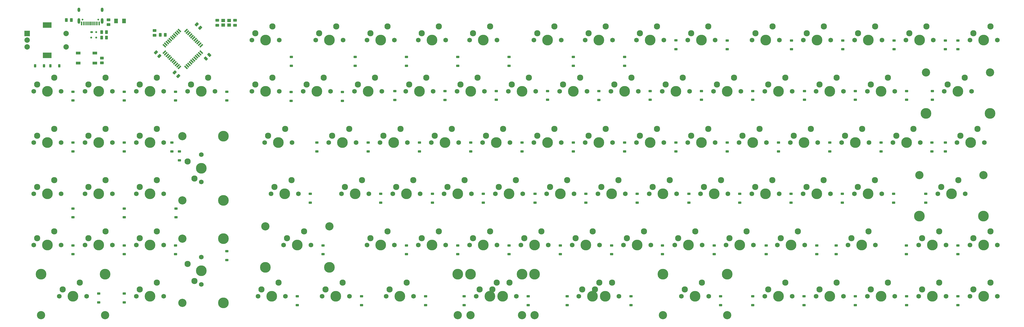
<source format=gbr>
%TF.GenerationSoftware,KiCad,Pcbnew,8.0.0*%
%TF.CreationDate,2024-12-21T07:53:57-08:00*%
%TF.ProjectId,Hampter3.1,48616d70-7465-4723-932e-312e6b696361,rev?*%
%TF.SameCoordinates,Original*%
%TF.FileFunction,Soldermask,Bot*%
%TF.FilePolarity,Negative*%
%FSLAX46Y46*%
G04 Gerber Fmt 4.6, Leading zero omitted, Abs format (unit mm)*
G04 Created by KiCad (PCBNEW 8.0.0) date 2024-12-21 07:53:57*
%MOMM*%
%LPD*%
G01*
G04 APERTURE LIST*
G04 Aperture macros list*
%AMRoundRect*
0 Rectangle with rounded corners*
0 $1 Rounding radius*
0 $2 $3 $4 $5 $6 $7 $8 $9 X,Y pos of 4 corners*
0 Add a 4 corners polygon primitive as box body*
4,1,4,$2,$3,$4,$5,$6,$7,$8,$9,$2,$3,0*
0 Add four circle primitives for the rounded corners*
1,1,$1+$1,$2,$3*
1,1,$1+$1,$4,$5*
1,1,$1+$1,$6,$7*
1,1,$1+$1,$8,$9*
0 Add four rect primitives between the rounded corners*
20,1,$1+$1,$2,$3,$4,$5,0*
20,1,$1+$1,$4,$5,$6,$7,0*
20,1,$1+$1,$6,$7,$8,$9,0*
20,1,$1+$1,$8,$9,$2,$3,0*%
%AMRotRect*
0 Rectangle, with rotation*
0 The origin of the aperture is its center*
0 $1 length*
0 $2 width*
0 $3 Rotation angle, in degrees counterclockwise*
0 Add horizontal line*
21,1,$1,$2,0,0,$3*%
G04 Aperture macros list end*
%ADD10C,1.750000*%
%ADD11C,3.987800*%
%ADD12C,2.300000*%
%ADD13C,3.048000*%
%ADD14R,2.000000X2.000000*%
%ADD15C,2.000000*%
%ADD16R,3.200000X2.000000*%
%ADD17RoundRect,0.225000X0.375000X-0.225000X0.375000X0.225000X-0.375000X0.225000X-0.375000X-0.225000X0*%
%ADD18RoundRect,0.225000X-0.225000X-0.375000X0.225000X-0.375000X0.225000X0.375000X-0.225000X0.375000X0*%
%ADD19RoundRect,0.250000X-0.262500X-0.450000X0.262500X-0.450000X0.262500X0.450000X-0.262500X0.450000X0*%
%ADD20RoundRect,0.250000X-0.503814X-0.132583X-0.132583X-0.503814X0.503814X0.132583X0.132583X0.503814X0*%
%ADD21RoundRect,0.250000X0.262500X0.450000X-0.262500X0.450000X-0.262500X-0.450000X0.262500X-0.450000X0*%
%ADD22RoundRect,0.225000X0.225000X0.375000X-0.225000X0.375000X-0.225000X-0.375000X0.225000X-0.375000X0*%
%ADD23RoundRect,0.250000X-0.450000X0.262500X-0.450000X-0.262500X0.450000X-0.262500X0.450000X0.262500X0*%
%ADD24RotRect,1.500000X0.550000X315.000000*%
%ADD25RotRect,1.500000X0.550000X225.000000*%
%ADD26C,0.650000*%
%ADD27R,0.600000X1.450000*%
%ADD28R,0.300000X1.450000*%
%ADD29O,1.000000X1.600000*%
%ADD30O,1.000000X2.100000*%
%ADD31RoundRect,0.225000X-0.375000X0.225000X-0.375000X-0.225000X0.375000X-0.225000X0.375000X0.225000X0*%
%ADD32RoundRect,0.250000X0.132583X-0.503814X0.503814X-0.132583X-0.132583X0.503814X-0.503814X0.132583X0*%
%ADD33R,1.400000X1.200000*%
%ADD34RoundRect,0.175000X-0.325000X0.175000X-0.325000X-0.175000X0.325000X-0.175000X0.325000X0.175000X0*%
%ADD35RoundRect,0.150000X-0.150000X0.200000X-0.150000X-0.200000X0.150000X-0.200000X0.150000X0.200000X0*%
%ADD36RoundRect,0.250001X-0.462499X-0.624999X0.462499X-0.624999X0.462499X0.624999X-0.462499X0.624999X0*%
%ADD37R,1.800000X1.100000*%
%ADD38RoundRect,0.250000X0.450000X-0.262500X0.450000X0.262500X-0.450000X0.262500X-0.450000X-0.262500X0*%
G04 APERTURE END LIST*
D10*
%TO.C,SW0_30*%
X129418603Y-260754607D03*
D11*
X134498603Y-260754607D03*
D10*
X139578603Y-260754607D03*
D12*
X130688603Y-258214607D03*
X137038603Y-255674607D03*
%TD*%
D10*
%TO.C,SW3_3*%
X281813000Y-241681000D03*
D11*
X286893000Y-241681000D03*
D10*
X291973000Y-241681000D03*
D12*
X283083000Y-239141000D03*
X289433000Y-236601000D03*
%TD*%
D10*
%TO.C,SW2_8*%
X367579538Y-222631000D03*
D11*
X372659538Y-222631000D03*
D10*
X377739538Y-222631000D03*
D12*
X368849538Y-220091000D03*
X375199538Y-217551000D03*
%TD*%
D10*
%TO.C,SW1_12*%
X439039000Y-203581000D03*
D11*
X444119000Y-203581000D03*
D10*
X449199000Y-203581000D03*
D12*
X440309000Y-201041000D03*
X446659000Y-198501000D03*
%TD*%
D11*
%TO.C,S5*%
X190383527Y-263145372D03*
D13*
X175143527Y-263145371D03*
X175143527Y-239332871D03*
D11*
X190383527Y-239332870D03*
%TD*%
D10*
%TO.C,SW-1_-7*%
X157993603Y-184554607D03*
D11*
X163073603Y-184554607D03*
D10*
X168153603Y-184554607D03*
D12*
X159263603Y-182014607D03*
X165613603Y-179474607D03*
%TD*%
D10*
%TO.C,SW1_9*%
X381889000Y-203581000D03*
D11*
X386969000Y-203581000D03*
D10*
X392049000Y-203581000D03*
D12*
X383159000Y-201041000D03*
X389509000Y-198501000D03*
%TD*%
D10*
%TO.C,SW-1_-6*%
X138943603Y-184554607D03*
D11*
X144023603Y-184554607D03*
D10*
X149103603Y-184554607D03*
D12*
X140213603Y-182014607D03*
X146563603Y-179474607D03*
%TD*%
D10*
%TO.C,SW-1_3*%
X262763000Y-165481000D03*
D11*
X267843000Y-165481000D03*
D10*
X272923000Y-165481000D03*
D12*
X264033000Y-162941000D03*
X270383000Y-160401000D03*
%TD*%
D10*
%TO.C,SW-1_-5*%
X119893603Y-184554607D03*
D11*
X124973603Y-184554607D03*
D10*
X130053603Y-184554607D03*
D12*
X121163603Y-182014607D03*
X127513603Y-179474607D03*
%TD*%
D10*
%TO.C,SW4_10*%
X467614000Y-260731000D03*
D11*
X472694000Y-260731000D03*
D10*
X477774000Y-260731000D03*
D12*
X468884000Y-258191000D03*
X475234000Y-255651000D03*
%TD*%
D10*
%TO.C,SW0_10*%
X391414000Y-184531000D03*
D11*
X396494000Y-184531000D03*
D10*
X401574000Y-184531000D03*
D12*
X392684000Y-181991000D03*
X399034000Y-179451000D03*
%TD*%
D10*
%TO.C,SW4_6*%
X391414000Y-260731000D03*
D11*
X396494000Y-260731000D03*
D10*
X401574000Y-260731000D03*
D12*
X392684000Y-258191000D03*
X399034000Y-255651000D03*
%TD*%
D10*
%TO.C,SW4_5*%
X360426000Y-260731000D03*
D11*
X365506000Y-260731000D03*
D10*
X370586000Y-260731000D03*
D12*
X361696000Y-258191000D03*
X368046000Y-255651000D03*
%TD*%
D10*
%TO.C,SW-1_4*%
X281813000Y-165481000D03*
D11*
X286893000Y-165481000D03*
D10*
X291973000Y-165481000D03*
D12*
X283083000Y-162941000D03*
X289433000Y-160401000D03*
%TD*%
D10*
%TO.C,SW3_6*%
X338963000Y-241681000D03*
D11*
X344043000Y-241681000D03*
D10*
X349123000Y-241681000D03*
D12*
X340233000Y-239141000D03*
X346583000Y-236601000D03*
%TD*%
D10*
%TO.C,SW0_-7*%
X157993603Y-203604607D03*
D11*
X163073603Y-203604607D03*
D10*
X168153603Y-203604607D03*
D12*
X159263603Y-201064607D03*
X165613603Y-198524607D03*
%TD*%
D10*
%TO.C,SW1_4*%
X286639000Y-203581000D03*
D11*
X291719000Y-203581000D03*
D10*
X296799000Y-203581000D03*
D12*
X287909000Y-201041000D03*
X294259000Y-198501000D03*
%TD*%
D11*
%TO.C,S9*%
X301244000Y-252476000D03*
D13*
X301243999Y-267716000D03*
X277431499Y-267716000D03*
D11*
X277431498Y-252476000D03*
%TD*%
D10*
%TO.C,SW3_4*%
X300863000Y-241681000D03*
D11*
X305943000Y-241681000D03*
D10*
X311023000Y-241681000D03*
D12*
X302133000Y-239141000D03*
X308483000Y-236601000D03*
%TD*%
D10*
%TO.C,SW-1_2*%
X243713000Y-165481000D03*
D11*
X248793000Y-165481000D03*
D10*
X253873000Y-165481000D03*
D12*
X244983000Y-162941000D03*
X251333000Y-160401000D03*
%TD*%
D10*
%TO.C,SW0_12*%
X429514000Y-184531000D03*
D11*
X434594000Y-184531000D03*
D10*
X439674000Y-184531000D03*
D12*
X430784000Y-181991000D03*
X437134000Y-179451000D03*
%TD*%
D10*
%TO.C,SW1_7*%
X343789000Y-203581000D03*
D11*
X348869000Y-203581000D03*
D10*
X353949000Y-203581000D03*
D12*
X345059000Y-201041000D03*
X351409000Y-198501000D03*
%TD*%
D10*
%TO.C,SW0_11*%
X410464000Y-184531000D03*
D11*
X415544000Y-184531000D03*
D10*
X420624000Y-184531000D03*
D12*
X411734000Y-181991000D03*
X418084000Y-179451000D03*
%TD*%
D10*
%TO.C,SW-1_13*%
X467614000Y-165481000D03*
D11*
X472694000Y-165481000D03*
D10*
X477774000Y-165481000D03*
D12*
X468884000Y-162941000D03*
X475234000Y-160401000D03*
%TD*%
D11*
%TO.C,S8*%
X146410623Y-252500090D03*
D13*
X146410622Y-267740090D03*
X122598122Y-267740090D03*
D11*
X122598121Y-252500090D03*
%TD*%
D10*
%TO.C,SW1_1*%
X229489000Y-203581000D03*
D11*
X234569000Y-203581000D03*
D10*
X239649000Y-203581000D03*
D12*
X230759000Y-201041000D03*
X237109000Y-198501000D03*
%TD*%
D10*
%TO.C,SW3_11*%
X448564000Y-241681000D03*
D11*
X453644000Y-241681000D03*
D10*
X458724000Y-241681000D03*
D12*
X449834000Y-239141000D03*
X456184000Y-236601000D03*
%TD*%
D10*
%TO.C,SW0_-5*%
X119893603Y-203604607D03*
D11*
X124973603Y-203604607D03*
D10*
X130053603Y-203604607D03*
D12*
X121163603Y-201064607D03*
X127513603Y-198524607D03*
%TD*%
D10*
%TO.C,SW1_8*%
X362839000Y-203581000D03*
D11*
X367919000Y-203581000D03*
D10*
X372999000Y-203581000D03*
D12*
X364109000Y-201041000D03*
X370459000Y-198501000D03*
%TD*%
D10*
%TO.C,SW-1_1*%
X224663000Y-165481000D03*
D11*
X229743000Y-165481000D03*
D10*
X234823000Y-165481000D03*
D12*
X225933000Y-162941000D03*
X232283000Y-160401000D03*
%TD*%
D10*
%TO.C,SW-1_6*%
X324739000Y-165481000D03*
D11*
X329819000Y-165481000D03*
D10*
X334899000Y-165481000D03*
D12*
X326009000Y-162941000D03*
X332359000Y-160401000D03*
%TD*%
D13*
%TO.C,S3*%
X448859538Y-215646000D03*
D11*
X448859538Y-230886000D03*
D13*
X472672038Y-215646000D03*
D11*
X472672038Y-230886000D03*
%TD*%
D10*
%TO.C,SW0_2*%
X239014000Y-184531000D03*
D11*
X244094000Y-184531000D03*
D10*
X249174000Y-184531000D03*
D12*
X240284000Y-181991000D03*
X246634000Y-179451000D03*
%TD*%
D14*
%TO.C,SW2*%
X117453000Y-163021000D03*
D15*
X117453000Y-168021000D03*
X117453000Y-165521000D03*
D16*
X124953000Y-159921000D03*
X124953000Y-171121000D03*
D15*
X131953000Y-168021000D03*
X131953000Y-163021000D03*
%TD*%
D10*
%TO.C,SW0_-8*%
X182123603Y-218209606D03*
D11*
X182123603Y-213129607D03*
D10*
X182123603Y-208049608D03*
D12*
X179583603Y-216939607D03*
X177043603Y-210589607D03*
%TD*%
D10*
%TO.C,SW-1_5*%
X305689000Y-165481000D03*
D11*
X310769000Y-165481000D03*
D10*
X315849000Y-165481000D03*
D12*
X306959000Y-162941000D03*
X313309000Y-160401000D03*
%TD*%
D10*
%TO.C,SW3_5*%
X319913000Y-241681000D03*
D11*
X324993000Y-241681000D03*
D10*
X330073000Y-241681000D03*
D12*
X321183000Y-239141000D03*
X327533000Y-236601000D03*
%TD*%
D11*
%TO.C,S6*%
X190373000Y-225044000D03*
D13*
X175133000Y-225043999D03*
X175133000Y-201231499D03*
D11*
X190373000Y-201231498D03*
%TD*%
D10*
%TO.C,SW4_9*%
X448564000Y-260731000D03*
D11*
X453644000Y-260731000D03*
D10*
X458724000Y-260731000D03*
D12*
X449834000Y-258191000D03*
X456184000Y-255651000D03*
%TD*%
D10*
%TO.C,SW1_5*%
X305689000Y-203581000D03*
D11*
X310769000Y-203581000D03*
D10*
X315849000Y-203581000D03*
D12*
X306959000Y-201041000D03*
X313309000Y-198501000D03*
%TD*%
D10*
%TO.C,SW4_3*%
X284226000Y-260731000D03*
D11*
X289306000Y-260731000D03*
D10*
X294386000Y-260731000D03*
D12*
X285496000Y-258191000D03*
X291846000Y-255651000D03*
%TD*%
D10*
%TO.C,SW0_21*%
X119893603Y-241704607D03*
D11*
X124973603Y-241704607D03*
D10*
X130053603Y-241704607D03*
D12*
X121163603Y-239164607D03*
X127513603Y-236624607D03*
%TD*%
D10*
%TO.C,SW2_0*%
X208026000Y-222631000D03*
D11*
X213106000Y-222631000D03*
D10*
X218186000Y-222631000D03*
D12*
X209296000Y-220091000D03*
X215646000Y-217551000D03*
%TD*%
D10*
%TO.C,SW-1_12*%
X443865000Y-165481000D03*
D11*
X448945000Y-165481000D03*
D10*
X454025000Y-165481000D03*
D12*
X445135000Y-162941000D03*
X451485000Y-160401000D03*
%TD*%
D10*
%TO.C,SW4_4*%
X327102743Y-260734957D03*
D11*
X332182743Y-260734957D03*
D10*
X337262743Y-260734957D03*
D12*
X328372743Y-258194957D03*
X334722743Y-255654957D03*
%TD*%
D10*
%TO.C,SW3_7*%
X358013000Y-241681000D03*
D11*
X363093000Y-241681000D03*
D10*
X368173000Y-241681000D03*
D12*
X359283000Y-239141000D03*
X365633000Y-236601000D03*
%TD*%
D10*
%TO.C,SW4_1*%
X227032699Y-260723545D03*
D11*
X232112699Y-260723545D03*
D10*
X237192699Y-260723545D03*
D12*
X228302699Y-258183545D03*
X234652699Y-255643545D03*
%TD*%
D10*
%TO.C,SW1_6*%
X324739000Y-203581000D03*
D11*
X329819000Y-203581000D03*
D10*
X334899000Y-203581000D03*
D12*
X326009000Y-201041000D03*
X332359000Y-198501000D03*
%TD*%
D10*
%TO.C,SW2_1*%
X234229538Y-222631000D03*
D11*
X239309538Y-222631000D03*
D10*
X244389538Y-222631000D03*
D12*
X235499538Y-220091000D03*
X241849538Y-217551000D03*
%TD*%
D10*
%TO.C,SW4_0*%
X203218924Y-260726604D03*
D11*
X208298924Y-260726604D03*
D10*
X213378924Y-260726604D03*
D12*
X204488924Y-258186604D03*
X210838924Y-255646604D03*
%TD*%
D10*
%TO.C,SW3_1*%
X243713000Y-241681000D03*
D11*
X248793000Y-241681000D03*
D10*
X253873000Y-241681000D03*
D12*
X244983000Y-239141000D03*
X251333000Y-236601000D03*
%TD*%
D13*
%TO.C,S7*%
X451276544Y-177545075D03*
D11*
X451276544Y-192785075D03*
D13*
X475089044Y-177545075D03*
D11*
X475089044Y-192785075D03*
%TD*%
D10*
%TO.C,SW1_0*%
X205664915Y-203583900D03*
D11*
X210744915Y-203583900D03*
D10*
X215824915Y-203583900D03*
D12*
X206934915Y-201043900D03*
X213284915Y-198503900D03*
%TD*%
D11*
%TO.C,S1*%
X377444000Y-252476000D03*
D13*
X377443999Y-267716000D03*
X353631499Y-267716000D03*
D11*
X353631498Y-252476000D03*
%TD*%
D10*
%TO.C,SW-1_-8*%
X177043603Y-184554607D03*
D11*
X182123603Y-184554607D03*
D10*
X187203603Y-184554607D03*
D12*
X178313603Y-182014607D03*
X184663603Y-179474607D03*
%TD*%
D11*
%TO.C,S4*%
X205930498Y-249936000D03*
D13*
X205930499Y-234696000D03*
X229742999Y-234696000D03*
D11*
X229743000Y-249936000D03*
%TD*%
D10*
%TO.C,SW0_31*%
X157993603Y-260754607D03*
D11*
X163073603Y-260754607D03*
D10*
X168153603Y-260754607D03*
D12*
X159263603Y-258214607D03*
X165613603Y-255674607D03*
%TD*%
D10*
%TO.C,SW1_10*%
X400939000Y-203581000D03*
D11*
X406019000Y-203581000D03*
D10*
X411099000Y-203581000D03*
D12*
X402209000Y-201041000D03*
X408559000Y-198501000D03*
%TD*%
D10*
%TO.C,SW0_4*%
X277114000Y-184531000D03*
D11*
X282194000Y-184531000D03*
D10*
X287274000Y-184531000D03*
D12*
X278384000Y-181991000D03*
X284734000Y-179451000D03*
%TD*%
D10*
%TO.C,SW2_6*%
X329479538Y-222631000D03*
D11*
X334559538Y-222631000D03*
D10*
X339639538Y-222631000D03*
D12*
X330749538Y-220091000D03*
X337099538Y-217551000D03*
%TD*%
D10*
%TO.C,SW-1_10*%
X405765000Y-165481000D03*
D11*
X410845000Y-165481000D03*
D10*
X415925000Y-165481000D03*
D12*
X407035000Y-162941000D03*
X413385000Y-160401000D03*
%TD*%
D10*
%TO.C,SW-1_0*%
X200914000Y-165481000D03*
D11*
X205994000Y-165481000D03*
D10*
X211074000Y-165481000D03*
D12*
X202184000Y-162941000D03*
X208534000Y-160401000D03*
%TD*%
D10*
%TO.C,SW3_10*%
X422315948Y-241676846D03*
D11*
X427395948Y-241676846D03*
D10*
X432475948Y-241676846D03*
D12*
X423585948Y-239136846D03*
X429935948Y-236596846D03*
%TD*%
D10*
%TO.C,SW0_9*%
X372364000Y-184531000D03*
D11*
X377444000Y-184531000D03*
D10*
X382524000Y-184531000D03*
D12*
X373634000Y-181991000D03*
X379984000Y-179451000D03*
%TD*%
D10*
%TO.C,SW0_8*%
X353314000Y-184531000D03*
D11*
X358394000Y-184531000D03*
D10*
X363474000Y-184531000D03*
D12*
X354584000Y-181991000D03*
X360934000Y-179451000D03*
%TD*%
D10*
%TO.C,SW4_2*%
X250843924Y-260726604D03*
D11*
X255923924Y-260726604D03*
D10*
X261003924Y-260726604D03*
D12*
X252113924Y-258186604D03*
X258463924Y-255646604D03*
%TD*%
D10*
%TO.C,SW2_2*%
X253279538Y-222631000D03*
D11*
X258359538Y-222631000D03*
D10*
X263439538Y-222631000D03*
D12*
X254549538Y-220091000D03*
X260899538Y-217551000D03*
%TD*%
D10*
%TO.C,SW0_16*%
X138943603Y-222654607D03*
D11*
X144023603Y-222654607D03*
D10*
X149103603Y-222654607D03*
D12*
X140213603Y-220114607D03*
X146563603Y-217574607D03*
%TD*%
D10*
%TO.C,SW0_3*%
X258064000Y-184531000D03*
D11*
X263144000Y-184531000D03*
D10*
X268224000Y-184531000D03*
D12*
X259334000Y-181991000D03*
X265684000Y-179451000D03*
%TD*%
D10*
%TO.C,SW1_3*%
X267589000Y-203581000D03*
D11*
X272669000Y-203581000D03*
D10*
X277749000Y-203581000D03*
D12*
X268859000Y-201041000D03*
X275209000Y-198501000D03*
%TD*%
D10*
%TO.C,SW0_5*%
X296164000Y-184531000D03*
D11*
X301244000Y-184531000D03*
D10*
X306324000Y-184531000D03*
D12*
X297434000Y-181991000D03*
X303784000Y-179451000D03*
%TD*%
D10*
%TO.C,SW3_8*%
X377063000Y-241681000D03*
D11*
X382143000Y-241681000D03*
D10*
X387223000Y-241681000D03*
D12*
X378333000Y-239141000D03*
X384683000Y-236601000D03*
%TD*%
D10*
%TO.C,SW4_8*%
X429514000Y-260731000D03*
D11*
X434594000Y-260731000D03*
D10*
X439674000Y-260731000D03*
D12*
X430784000Y-258191000D03*
X437134000Y-255651000D03*
%TD*%
D10*
%TO.C,SW-1_11*%
X424815000Y-165481000D03*
D11*
X429895000Y-165481000D03*
D10*
X434975000Y-165481000D03*
D12*
X426085000Y-162941000D03*
X432435000Y-160401000D03*
%TD*%
D10*
%TO.C,SW0_7*%
X334264000Y-184531000D03*
D11*
X339344000Y-184531000D03*
D10*
X344424000Y-184531000D03*
D12*
X335534000Y-181991000D03*
X341884000Y-179451000D03*
%TD*%
D10*
%TO.C,SW2_5*%
X310429538Y-222631000D03*
D11*
X315509538Y-222631000D03*
D10*
X320589538Y-222631000D03*
D12*
X311699538Y-220091000D03*
X318049538Y-217551000D03*
%TD*%
D10*
%TO.C,SW0_13*%
X458089000Y-184531000D03*
D11*
X463169000Y-184531000D03*
D10*
X468249000Y-184531000D03*
D12*
X459359000Y-181991000D03*
X465709000Y-179451000D03*
%TD*%
D10*
%TO.C,SW0_29*%
X182143277Y-256332451D03*
D11*
X182143277Y-251252452D03*
D10*
X182143277Y-246172453D03*
D12*
X179603277Y-255062452D03*
X177063277Y-248712452D03*
%TD*%
D10*
%TO.C,SW0_6*%
X315214000Y-184531000D03*
D11*
X320294000Y-184531000D03*
D10*
X325374000Y-184531000D03*
D12*
X316484000Y-181991000D03*
X322834000Y-179451000D03*
%TD*%
D10*
%TO.C,SW3_12*%
X467614000Y-241681000D03*
D11*
X472694000Y-241681000D03*
D10*
X477774000Y-241681000D03*
D12*
X468884000Y-239141000D03*
X475234000Y-236601000D03*
%TD*%
D10*
%TO.C,SW3_0*%
X212725000Y-241681000D03*
D11*
X217805000Y-241681000D03*
D10*
X222885000Y-241681000D03*
D12*
X213995000Y-239141000D03*
X220345000Y-236601000D03*
%TD*%
D10*
%TO.C,SW-1_8*%
X362839000Y-165481000D03*
D11*
X367919000Y-165481000D03*
D10*
X372999000Y-165481000D03*
D12*
X364109000Y-162941000D03*
X370459000Y-160401000D03*
%TD*%
D10*
%TO.C,SW0_26*%
X138943603Y-241704607D03*
D11*
X144023603Y-241704607D03*
D10*
X149103603Y-241704607D03*
D12*
X140213603Y-239164607D03*
X146563603Y-236624607D03*
%TD*%
D10*
%TO.C,SW0_1*%
X219964000Y-184531000D03*
D11*
X225044000Y-184531000D03*
D10*
X230124000Y-184531000D03*
D12*
X221234000Y-181991000D03*
X227584000Y-179451000D03*
%TD*%
D10*
%TO.C,SW0_0*%
X200914000Y-184531000D03*
D11*
X205994000Y-184531000D03*
D10*
X211074000Y-184531000D03*
D12*
X202184000Y-181991000D03*
X208534000Y-179451000D03*
%TD*%
D10*
%TO.C,SW4_12*%
X322358324Y-260729822D03*
D11*
X327438324Y-260729822D03*
D10*
X332518324Y-260729822D03*
D12*
X323628324Y-258189822D03*
X329978324Y-255649822D03*
%TD*%
D10*
%TO.C,SW-1_7*%
X343789000Y-165481000D03*
D11*
X348869000Y-165481000D03*
D10*
X353949000Y-165481000D03*
D12*
X345059000Y-162941000D03*
X351409000Y-160401000D03*
%TD*%
D10*
%TO.C,SW0_28*%
X157993603Y-241704607D03*
D11*
X163073603Y-241704607D03*
D10*
X168153603Y-241704607D03*
D12*
X159263603Y-239164607D03*
X165613603Y-236624607D03*
%TD*%
D10*
%TO.C,SW2_3*%
X272329538Y-222631000D03*
D11*
X277409538Y-222631000D03*
D10*
X282489538Y-222631000D03*
D12*
X273599538Y-220091000D03*
X279949538Y-217551000D03*
%TD*%
D10*
%TO.C,SW1_13*%
X462849717Y-203579119D03*
D11*
X467929717Y-203579119D03*
D10*
X473009717Y-203579119D03*
D12*
X464119717Y-201039119D03*
X470469717Y-198499119D03*
%TD*%
D10*
%TO.C,SW0_17*%
X157993603Y-222654607D03*
D11*
X163073603Y-222654607D03*
D10*
X168153603Y-222654607D03*
D12*
X159263603Y-220114607D03*
X165613603Y-217574607D03*
%TD*%
D10*
%TO.C,SW2_11*%
X424729538Y-222631000D03*
D11*
X429809538Y-222631000D03*
D10*
X434889538Y-222631000D03*
D12*
X425999538Y-220091000D03*
X432349538Y-217551000D03*
%TD*%
D10*
%TO.C,SW1_2*%
X248539000Y-203581000D03*
D11*
X253619000Y-203581000D03*
D10*
X258699000Y-203581000D03*
D12*
X249809000Y-201041000D03*
X256159000Y-198501000D03*
%TD*%
D10*
%TO.C,SW0_15*%
X119893603Y-222654607D03*
D11*
X124973603Y-222654607D03*
D10*
X130053603Y-222654607D03*
D12*
X121163603Y-220114607D03*
X127513603Y-217574607D03*
%TD*%
D10*
%TO.C,SW2_4*%
X291379538Y-222631000D03*
D11*
X296459538Y-222631000D03*
D10*
X301539538Y-222631000D03*
D12*
X292649538Y-220091000D03*
X298999538Y-217551000D03*
%TD*%
D10*
%TO.C,SW4_7*%
X410464000Y-260731000D03*
D11*
X415544000Y-260731000D03*
D10*
X420624000Y-260731000D03*
D12*
X411734000Y-258191000D03*
X418084000Y-255651000D03*
%TD*%
D11*
%TO.C,S10*%
X305982588Y-252479956D03*
D13*
X305982587Y-267719956D03*
X282170087Y-267719956D03*
D11*
X282170086Y-252479956D03*
%TD*%
D10*
%TO.C,SW-1_9*%
X386715000Y-165481000D03*
D11*
X391795000Y-165481000D03*
D10*
X396875000Y-165481000D03*
D12*
X387985000Y-162941000D03*
X394335000Y-160401000D03*
%TD*%
D10*
%TO.C,SW3_9*%
X396113000Y-241681000D03*
D11*
X401193000Y-241681000D03*
D10*
X406273000Y-241681000D03*
D12*
X397383000Y-239141000D03*
X403733000Y-236601000D03*
%TD*%
D10*
%TO.C,SW3_2*%
X262763000Y-241681000D03*
D11*
X267843000Y-241681000D03*
D10*
X272923000Y-241681000D03*
D12*
X264033000Y-239141000D03*
X270383000Y-236601000D03*
%TD*%
D10*
%TO.C,SW2_10*%
X405679538Y-222631000D03*
D11*
X410759538Y-222631000D03*
D10*
X415839538Y-222631000D03*
D12*
X406949538Y-220091000D03*
X413299538Y-217551000D03*
%TD*%
D10*
%TO.C,SW2_7*%
X348529538Y-222631000D03*
D11*
X353609538Y-222631000D03*
D10*
X358689538Y-222631000D03*
D12*
X349799538Y-220091000D03*
X356149538Y-217551000D03*
%TD*%
D10*
%TO.C,SW2_9*%
X386629538Y-222631000D03*
D11*
X391709538Y-222631000D03*
D10*
X396789538Y-222631000D03*
D12*
X387899538Y-220091000D03*
X394249538Y-217551000D03*
%TD*%
D10*
%TO.C,SW4_11*%
X289002743Y-260734957D03*
D11*
X294082743Y-260734957D03*
D10*
X299162743Y-260734957D03*
D12*
X290272743Y-258194957D03*
X296622743Y-255654957D03*
%TD*%
D10*
%TO.C,SW1_11*%
X419989000Y-203581000D03*
D11*
X425069000Y-203581000D03*
D10*
X430149000Y-203581000D03*
D12*
X421259000Y-201041000D03*
X427609000Y-198501000D03*
%TD*%
D10*
%TO.C,SW0_-6*%
X138943603Y-203604607D03*
D11*
X144023603Y-203604607D03*
D10*
X149103603Y-203604607D03*
D12*
X140213603Y-201064607D03*
X146563603Y-198524607D03*
%TD*%
D10*
%TO.C,SW2_12*%
X455717538Y-222631000D03*
D11*
X460797538Y-222631000D03*
D10*
X465877538Y-222631000D03*
D12*
X456987538Y-220091000D03*
X463337538Y-217551000D03*
%TD*%
D17*
%TO.C,D33*%
X306070000Y-225932000D03*
X306070000Y-222632000D03*
%TD*%
%TO.C,D4*%
X272669000Y-187706000D03*
X272669000Y-184406000D03*
%TD*%
D18*
%TO.C,D103*%
X126112000Y-175006000D03*
X129412000Y-175006000D03*
%TD*%
D17*
%TO.C,D8*%
X348869000Y-187705000D03*
X348869000Y-184405000D03*
%TD*%
%TO.C,D6*%
X310769000Y-187705000D03*
X310769000Y-184405000D03*
%TD*%
%TO.C,D65*%
X463169000Y-264032000D03*
X463169000Y-260732000D03*
%TD*%
%TO.C,D55*%
X217805000Y-264032000D03*
X217805000Y-260732000D03*
%TD*%
%TO.C,D32*%
X286893000Y-225932000D03*
X286893000Y-222632000D03*
%TD*%
%TO.C,D60*%
X375031000Y-264032000D03*
X375031000Y-260732000D03*
%TD*%
%TO.C,D46*%
X315468000Y-245109000D03*
X315468000Y-241809000D03*
%TD*%
%TO.C,D49*%
X372618000Y-245109000D03*
X372618000Y-241809000D03*
%TD*%
%TO.C,D24*%
X415544000Y-206882000D03*
X415544000Y-203582000D03*
%TD*%
D19*
%TO.C,R4*%
X145135600Y-162509200D03*
X146960600Y-162509200D03*
%TD*%
D17*
%TO.C,D58*%
X279781000Y-264032000D03*
X279781000Y-260732000D03*
%TD*%
%TO.C,D61*%
X386969000Y-264032000D03*
X386969000Y-260732000D03*
%TD*%
%TO.C,D101*%
X134493000Y-206881000D03*
X134493000Y-203581000D03*
%TD*%
%TO.C,D21*%
X358394000Y-206882000D03*
X358394000Y-203582000D03*
%TD*%
D20*
%TO.C,R10*%
X172281372Y-177545050D03*
X173571842Y-178835520D03*
%TD*%
D17*
%TO.C,D44*%
X277368000Y-245109000D03*
X277368000Y-241809000D03*
%TD*%
D21*
%TO.C,R2*%
X133856100Y-157988000D03*
X132031100Y-157988000D03*
%TD*%
D17*
%TO.C,D93*%
X339394800Y-175053800D03*
X339394800Y-171753800D03*
%TD*%
%TO.C,D56*%
X241681000Y-264032000D03*
X241681000Y-260732000D03*
%TD*%
%TO.C,D94*%
X358457209Y-168906187D03*
X358457209Y-165606187D03*
%TD*%
%TO.C,D1*%
X215528320Y-188064500D03*
X215528320Y-184764500D03*
%TD*%
D22*
%TO.C,D102*%
X123697000Y-175006000D03*
X120397000Y-175006000D03*
%TD*%
D17*
%TO.C,D112*%
X172593000Y-245109000D03*
X172593000Y-241809000D03*
%TD*%
%TO.C,D51*%
X410718000Y-245109000D03*
X410718000Y-241809000D03*
%TD*%
D23*
%TO.C,C6*%
X164795200Y-161901500D03*
X164795200Y-163726500D03*
%TD*%
D17*
%TO.C,D80*%
X153543000Y-187959000D03*
X153543000Y-184659000D03*
%TD*%
D24*
%TO.C,U3*%
X168401064Y-167580918D03*
X168966750Y-167015233D03*
X169532435Y-166449548D03*
X170098120Y-165883862D03*
X170663806Y-165318177D03*
X171229491Y-164752491D03*
X171795177Y-164186806D03*
X172360862Y-163621120D03*
X172926548Y-163055435D03*
X173492233Y-162489750D03*
X174057918Y-161924064D03*
D25*
X176462082Y-161924064D03*
X177027767Y-162489750D03*
X177593452Y-163055435D03*
X178159138Y-163621120D03*
X178724823Y-164186806D03*
X179290509Y-164752491D03*
X179856194Y-165318177D03*
X180421880Y-165883862D03*
X180987565Y-166449548D03*
X181553250Y-167015233D03*
X182118936Y-167580918D03*
D24*
X182118936Y-169985082D03*
X181553250Y-170550767D03*
X180987565Y-171116452D03*
X180421880Y-171682138D03*
X179856194Y-172247823D03*
X179290509Y-172813509D03*
X178724823Y-173379194D03*
X178159138Y-173944880D03*
X177593452Y-174510565D03*
X177027767Y-175076250D03*
X176462082Y-175641936D03*
D25*
X174057918Y-175641936D03*
X173492233Y-175076250D03*
X172926548Y-174510565D03*
X172360862Y-173944880D03*
X171795177Y-173379194D03*
X171229491Y-172813509D03*
X170663806Y-172247823D03*
X170098120Y-171682138D03*
X169532435Y-171116452D03*
X168966750Y-170550767D03*
X168401064Y-169985082D03*
%TD*%
D26*
%TO.C,J1*%
X138080000Y-157869000D03*
X143860000Y-157869000D03*
D27*
X137720000Y-159314000D03*
X138519999Y-159314000D03*
D28*
X139720000Y-159313999D03*
X140720000Y-159314000D03*
X141220000Y-159314000D03*
X142220000Y-159313999D03*
D27*
X143420001Y-159314000D03*
X144220000Y-159314000D03*
X144220000Y-159314000D03*
X143420001Y-159314000D03*
D28*
X142720000Y-159314000D03*
X141720000Y-159314000D03*
X140220000Y-159314000D03*
X139220000Y-159314000D03*
D27*
X138519999Y-159314000D03*
X137720000Y-159314000D03*
D29*
X136650000Y-154219000D03*
D30*
X136650000Y-158399000D03*
D29*
X145290000Y-154219000D03*
D30*
X145290000Y-158399000D03*
%TD*%
D17*
%TO.C,D40*%
X439293000Y-225932000D03*
X439293000Y-222632000D03*
%TD*%
D31*
%TO.C,D113*%
X191643000Y-243968000D03*
X191643000Y-247268000D03*
%TD*%
D17*
%TO.C,D9*%
X367919000Y-187705000D03*
X367919000Y-184405000D03*
%TD*%
%TO.C,D42*%
X227330000Y-245109000D03*
X227330000Y-241809000D03*
%TD*%
%TO.C,D23*%
X396494000Y-206882000D03*
X396494000Y-203582000D03*
%TD*%
D21*
%TO.C,C10*%
X168757600Y-163525200D03*
X166932600Y-163525200D03*
%TD*%
D17*
%TO.C,D41*%
X451231000Y-225932000D03*
X451231000Y-222632000D03*
%TD*%
%TO.C,D26*%
X453517000Y-206882000D03*
X453517000Y-203582000D03*
%TD*%
%TO.C,D109*%
X172720000Y-231393000D03*
X172720000Y-228093000D03*
%TD*%
%TO.C,D88*%
X258368800Y-175054800D03*
X258368800Y-171754800D03*
%TD*%
%TO.C,D87*%
X239318800Y-175054800D03*
X239318800Y-171754800D03*
%TD*%
%TO.C,D28*%
X453644000Y-187705000D03*
X453644000Y-184405000D03*
%TD*%
%TO.C,D5*%
X291719000Y-187705000D03*
X291719000Y-184405000D03*
%TD*%
%TO.C,D14*%
X225044000Y-206882000D03*
X225044000Y-203582000D03*
%TD*%
%TO.C,D50*%
X391922000Y-245108000D03*
X391922000Y-241808000D03*
%TD*%
%TO.C,D19*%
X320294000Y-206882000D03*
X320294000Y-203582000D03*
%TD*%
%TO.C,D115*%
X153543000Y-263015000D03*
X153543000Y-259715000D03*
%TD*%
%TO.C,D78*%
X134493000Y-187958000D03*
X134493000Y-184658000D03*
%TD*%
%TO.C,D25*%
X434594000Y-206882000D03*
X434594000Y-203582000D03*
%TD*%
%TO.C,D37*%
X382143000Y-225932000D03*
X382143000Y-222632000D03*
%TD*%
%TO.C,D43*%
X258318000Y-245108000D03*
X258318000Y-241808000D03*
%TD*%
D23*
%TO.C,R7*%
X145237200Y-172163100D03*
X145237200Y-173988100D03*
%TD*%
D32*
%TO.C,C4*%
X183809565Y-172298435D03*
X185100035Y-171007965D03*
%TD*%
D17*
%TO.C,D2*%
X234578320Y-188064500D03*
X234578320Y-184764500D03*
%TD*%
%TO.C,D13*%
X444119000Y-187705000D03*
X444119000Y-184405000D03*
%TD*%
%TO.C,D92*%
X320344800Y-175053800D03*
X320344800Y-171753800D03*
%TD*%
%TO.C,D89*%
X277418800Y-175054800D03*
X277418800Y-171754800D03*
%TD*%
%TO.C,D91*%
X463169000Y-168909000D03*
X463169000Y-165609000D03*
%TD*%
%TO.C,D29*%
X222631000Y-225932000D03*
X222631000Y-222632000D03*
%TD*%
%TO.C,D20*%
X339344000Y-206882000D03*
X339344000Y-203582000D03*
%TD*%
D33*
%TO.C,Y2*%
X192469500Y-159877500D03*
X190269500Y-159877500D03*
X190269500Y-158177500D03*
X192469500Y-158177500D03*
%TD*%
D20*
%TO.C,C5*%
X165318365Y-170093565D03*
X166608835Y-171384035D03*
%TD*%
%TO.C,C7*%
X180456765Y-159605265D03*
X181747235Y-160895735D03*
%TD*%
D19*
%TO.C,R1*%
X145135600Y-164541200D03*
X146960600Y-164541200D03*
%TD*%
D17*
%TO.C,D83*%
X191643000Y-187959000D03*
X191643000Y-184659000D03*
%TD*%
%TO.C,D36*%
X363220000Y-225932000D03*
X363220000Y-222632000D03*
%TD*%
%TO.C,D97*%
X420370000Y-168909000D03*
X420370000Y-165609000D03*
%TD*%
%TO.C,D62*%
X406019000Y-264032000D03*
X406019000Y-260732000D03*
%TD*%
%TO.C,D95*%
X377444000Y-168909000D03*
X377444000Y-165609000D03*
%TD*%
D34*
%TO.C,D66*%
X141439200Y-162525200D03*
D35*
X143139200Y-162525200D03*
X143139200Y-164525200D03*
X141239200Y-164525200D03*
%TD*%
D17*
%TO.C,D31*%
X267970000Y-225932000D03*
X267970000Y-222632000D03*
%TD*%
%TO.C,D22*%
X377444000Y-206882000D03*
X377444000Y-203582000D03*
%TD*%
D31*
%TO.C,D106*%
X173990000Y-206884000D03*
X173990000Y-210184000D03*
%TD*%
D17*
%TO.C,D64*%
X444119000Y-264032000D03*
X444119000Y-260732000D03*
%TD*%
%TO.C,D96*%
X401320000Y-168909000D03*
X401320000Y-165609000D03*
%TD*%
%TO.C,D45*%
X296418000Y-245109000D03*
X296418000Y-241809000D03*
%TD*%
%TO.C,D47*%
X334518000Y-245109000D03*
X334518000Y-241809000D03*
%TD*%
%TO.C,D90*%
X296468800Y-175053800D03*
X296468800Y-171753800D03*
%TD*%
%TO.C,D111*%
X153543000Y-245109000D03*
X153543000Y-241809000D03*
%TD*%
D36*
%TO.C,F1*%
X150491800Y-158394400D03*
X153466800Y-158394400D03*
%TD*%
D17*
%TO.C,D99*%
X458470000Y-168909000D03*
X458470000Y-165609000D03*
%TD*%
%TO.C,D53*%
X443992000Y-245109000D03*
X443992000Y-241809000D03*
%TD*%
%TO.C,D16*%
X263144000Y-206881000D03*
X263144000Y-203581000D03*
%TD*%
%TO.C,D86*%
X215569800Y-175054800D03*
X215569800Y-171754800D03*
%TD*%
D37*
%TO.C,SW3*%
X142621000Y-170290000D03*
X136421000Y-170290000D03*
X142621000Y-173990000D03*
X136421000Y-173990000D03*
%TD*%
D17*
%TO.C,D68*%
X318008000Y-264032000D03*
X318008000Y-260732000D03*
%TD*%
%TO.C,D35*%
X344043000Y-225932000D03*
X344043000Y-222632000D03*
%TD*%
D23*
%TO.C,R3*%
X147726400Y-157939100D03*
X147726400Y-159764100D03*
%TD*%
D17*
%TO.C,D110*%
X134493000Y-245108000D03*
X134493000Y-241808000D03*
%TD*%
D23*
%TO.C,C8*%
X194671501Y-158115000D03*
X194671501Y-159940000D03*
%TD*%
D17*
%TO.C,D7*%
X329819000Y-187706000D03*
X329819000Y-184406000D03*
%TD*%
%TO.C,D57*%
X265430000Y-264032000D03*
X265430000Y-260732000D03*
%TD*%
%TO.C,D107*%
X134493000Y-231393000D03*
X134493000Y-228093000D03*
%TD*%
%TO.C,D39*%
X420243000Y-225932000D03*
X420243000Y-222632000D03*
%TD*%
%TO.C,D108*%
X153543000Y-231393000D03*
X153543000Y-228093000D03*
%TD*%
%TO.C,D30*%
X248793000Y-225932000D03*
X248793000Y-222632000D03*
%TD*%
%TO.C,D63*%
X425069000Y-264032000D03*
X425069000Y-260732000D03*
%TD*%
%TO.C,D98*%
X439420000Y-168909000D03*
X439420000Y-165609000D03*
%TD*%
%TO.C,D38*%
X401193000Y-225932000D03*
X401193000Y-222632000D03*
%TD*%
%TO.C,D17*%
X282194000Y-206882000D03*
X282194000Y-203582000D03*
%TD*%
D38*
%TO.C,C9*%
X188044001Y-159940000D03*
X188044001Y-158115000D03*
%TD*%
D17*
%TO.C,D67*%
X303530000Y-264032000D03*
X303530000Y-260732000D03*
%TD*%
%TO.C,D48*%
X353441000Y-245109000D03*
X353441000Y-241809000D03*
%TD*%
%TO.C,D59*%
X341757000Y-264032000D03*
X341757000Y-260732000D03*
%TD*%
%TO.C,D54*%
X463169000Y-245109000D03*
X463169000Y-241809000D03*
%TD*%
%TO.C,D10*%
X386969000Y-187705000D03*
X386969000Y-184405000D03*
%TD*%
%TO.C,D3*%
X254000000Y-187706000D03*
X254000000Y-184406000D03*
%TD*%
%TO.C,D18*%
X301244000Y-206882000D03*
X301244000Y-203582000D03*
%TD*%
%TO.C,D34*%
X324993000Y-225932000D03*
X324993000Y-222632000D03*
%TD*%
%TO.C,D104*%
X153543000Y-206882000D03*
X153543000Y-203582000D03*
%TD*%
%TO.C,D105*%
X171196000Y-206882000D03*
X171196000Y-203582000D03*
%TD*%
%TO.C,D114*%
X144034910Y-263009410D03*
X144034910Y-259709410D03*
%TD*%
%TO.C,D15*%
X244094000Y-206882000D03*
X244094000Y-203582000D03*
%TD*%
%TO.C,D52*%
X417957000Y-245109000D03*
X417957000Y-241809000D03*
%TD*%
%TO.C,D81*%
X172593000Y-187959000D03*
X172593000Y-184659000D03*
%TD*%
%TO.C,D12*%
X425069000Y-187705000D03*
X425069000Y-184405000D03*
%TD*%
%TO.C,D27*%
X458470000Y-206882000D03*
X458470000Y-203582000D03*
%TD*%
%TO.C,D11*%
X406146000Y-187705000D03*
X406146000Y-184405000D03*
%TD*%
M02*

</source>
